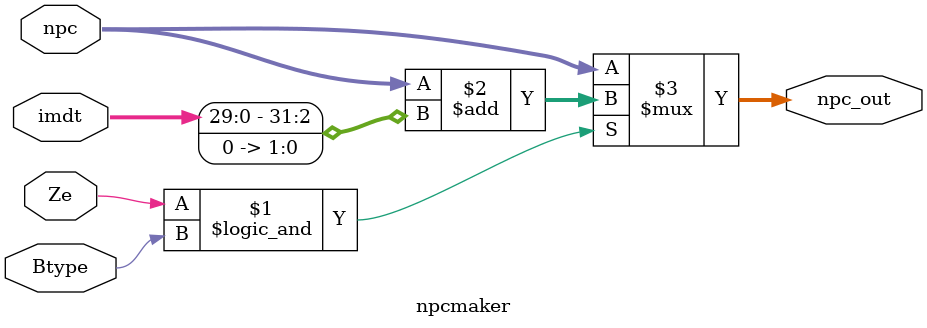
<source format=v>
`timescale 1ns / 1ps
module npcmaker(
    input  [31:0] imdt,    // ·ûºÅÀ©Õ¹ºóµÄÁ¢¼´Êý
    input  [31:0] npc,     // µ±Ç°³ÌÐò¼ÆÊýÆ÷Öµ
    input         Btype,   // ·ÖÖ§Ö¸ÁîÀàÐÍ±êÖ¾
    input         Ze,      // ALUÁã±êÖ¾Êä³ö
    output [31:0] npc_out  // ÏÂÒ»¸ö³ÌÐò¼ÆÊýÆ÷Öµ
);
// µ±·ÖÖ§Ìõ¼þÂú×ãÊ±Ñ¡Ôñ·ÖÖ§Ä¿±êµØÖ·£¬·ñÔò±£³Öµ±Ç°PC+4

    assign npc_out = (Ze && Btype) ? npc + {imdt[29:0], 2'b00} : npc;


endmodule
</source>
